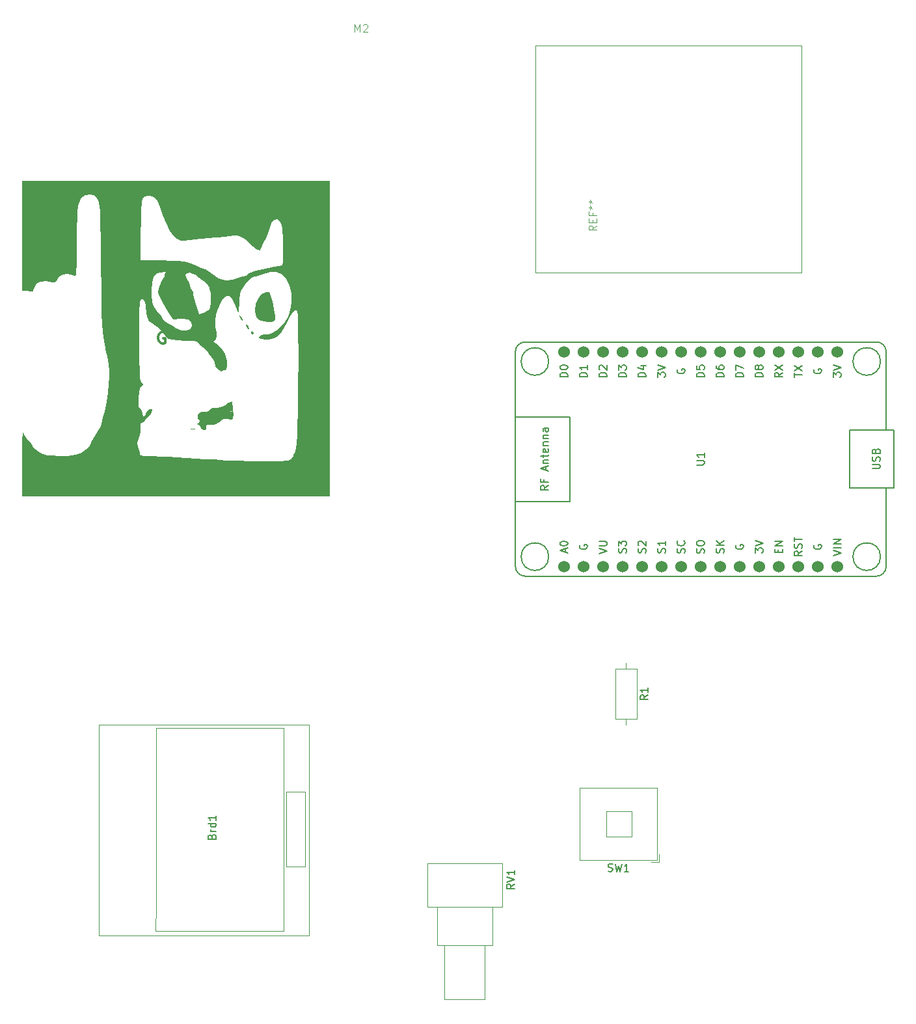
<source format=gbr>
%TF.GenerationSoftware,KiCad,Pcbnew,8.0.5-unknown-202409211835~1ac1a5bb3b~ubuntu24.04.1*%
%TF.CreationDate,2024-09-23T17:17:03-04:00*%
%TF.ProjectId,teaPCB,74656150-4342-42e6-9b69-6361645f7063,rev?*%
%TF.SameCoordinates,Original*%
%TF.FileFunction,Legend,Top*%
%TF.FilePolarity,Positive*%
%FSLAX46Y46*%
G04 Gerber Fmt 4.6, Leading zero omitted, Abs format (unit mm)*
G04 Created by KiCad (PCBNEW 8.0.5-unknown-202409211835~1ac1a5bb3b~ubuntu24.04.1) date 2024-09-23 17:17:03*
%MOMM*%
%LPD*%
G01*
G04 APERTURE LIST*
%ADD10C,0.300000*%
%ADD11C,0.100000*%
%ADD12C,0.150000*%
%ADD13C,0.000000*%
%ADD14C,0.120000*%
%ADD15C,1.524000*%
G04 APERTURE END LIST*
D10*
X86178572Y-102249757D02*
X86035715Y-102178328D01*
X86035715Y-102178328D02*
X85821429Y-102178328D01*
X85821429Y-102178328D02*
X85607143Y-102249757D01*
X85607143Y-102249757D02*
X85464286Y-102392614D01*
X85464286Y-102392614D02*
X85392857Y-102535471D01*
X85392857Y-102535471D02*
X85321429Y-102821185D01*
X85321429Y-102821185D02*
X85321429Y-103035471D01*
X85321429Y-103035471D02*
X85392857Y-103321185D01*
X85392857Y-103321185D02*
X85464286Y-103464042D01*
X85464286Y-103464042D02*
X85607143Y-103606900D01*
X85607143Y-103606900D02*
X85821429Y-103678328D01*
X85821429Y-103678328D02*
X85964286Y-103678328D01*
X85964286Y-103678328D02*
X86178572Y-103606900D01*
X86178572Y-103606900D02*
X86250000Y-103535471D01*
X86250000Y-103535471D02*
X86250000Y-103035471D01*
X86250000Y-103035471D02*
X85964286Y-103035471D01*
X87107143Y-102178328D02*
X87107143Y-102535471D01*
X86750000Y-102392614D02*
X87107143Y-102535471D01*
X87107143Y-102535471D02*
X87464286Y-102392614D01*
X86892857Y-102821185D02*
X87107143Y-102535471D01*
X87107143Y-102535471D02*
X87321429Y-102821185D01*
X88250000Y-102178328D02*
X88250000Y-102535471D01*
X87892857Y-102392614D02*
X88250000Y-102535471D01*
X88250000Y-102535471D02*
X88607143Y-102392614D01*
X88035714Y-102821185D02*
X88250000Y-102535471D01*
X88250000Y-102535471D02*
X88464286Y-102821185D01*
X89392857Y-102178328D02*
X89392857Y-102535471D01*
X89035714Y-102392614D02*
X89392857Y-102535471D01*
X89392857Y-102535471D02*
X89750000Y-102392614D01*
X89178571Y-102821185D02*
X89392857Y-102535471D01*
X89392857Y-102535471D02*
X89607143Y-102821185D01*
D11*
X142357419Y-88333333D02*
X141881228Y-88666666D01*
X142357419Y-88904761D02*
X141357419Y-88904761D01*
X141357419Y-88904761D02*
X141357419Y-88523809D01*
X141357419Y-88523809D02*
X141405038Y-88428571D01*
X141405038Y-88428571D02*
X141452657Y-88380952D01*
X141452657Y-88380952D02*
X141547895Y-88333333D01*
X141547895Y-88333333D02*
X141690752Y-88333333D01*
X141690752Y-88333333D02*
X141785990Y-88380952D01*
X141785990Y-88380952D02*
X141833609Y-88428571D01*
X141833609Y-88428571D02*
X141881228Y-88523809D01*
X141881228Y-88523809D02*
X141881228Y-88904761D01*
X141833609Y-87904761D02*
X141833609Y-87571428D01*
X142357419Y-87428571D02*
X142357419Y-87904761D01*
X142357419Y-87904761D02*
X141357419Y-87904761D01*
X141357419Y-87904761D02*
X141357419Y-87428571D01*
X141833609Y-86666666D02*
X141833609Y-86999999D01*
X142357419Y-86999999D02*
X141357419Y-86999999D01*
X141357419Y-86999999D02*
X141357419Y-86523809D01*
X141357419Y-85999999D02*
X141595514Y-85999999D01*
X141500276Y-86238094D02*
X141595514Y-85999999D01*
X141595514Y-85999999D02*
X141500276Y-85761904D01*
X141785990Y-86142856D02*
X141595514Y-85999999D01*
X141595514Y-85999999D02*
X141785990Y-85857142D01*
X141357419Y-85238094D02*
X141595514Y-85238094D01*
X141500276Y-85476189D02*
X141595514Y-85238094D01*
X141595514Y-85238094D02*
X141500276Y-84999999D01*
X141785990Y-85380951D02*
X141595514Y-85238094D01*
X141595514Y-85238094D02*
X141785990Y-85095237D01*
D12*
X155374819Y-119491904D02*
X156184342Y-119491904D01*
X156184342Y-119491904D02*
X156279580Y-119444285D01*
X156279580Y-119444285D02*
X156327200Y-119396666D01*
X156327200Y-119396666D02*
X156374819Y-119301428D01*
X156374819Y-119301428D02*
X156374819Y-119110952D01*
X156374819Y-119110952D02*
X156327200Y-119015714D01*
X156327200Y-119015714D02*
X156279580Y-118968095D01*
X156279580Y-118968095D02*
X156184342Y-118920476D01*
X156184342Y-118920476D02*
X155374819Y-118920476D01*
X156374819Y-117920476D02*
X156374819Y-118491904D01*
X156374819Y-118206190D02*
X155374819Y-118206190D01*
X155374819Y-118206190D02*
X155517676Y-118301428D01*
X155517676Y-118301428D02*
X155612914Y-118396666D01*
X155612914Y-118396666D02*
X155660533Y-118491904D01*
X178234819Y-119991904D02*
X179044342Y-119991904D01*
X179044342Y-119991904D02*
X179139580Y-119944285D01*
X179139580Y-119944285D02*
X179187200Y-119896666D01*
X179187200Y-119896666D02*
X179234819Y-119801428D01*
X179234819Y-119801428D02*
X179234819Y-119610952D01*
X179234819Y-119610952D02*
X179187200Y-119515714D01*
X179187200Y-119515714D02*
X179139580Y-119468095D01*
X179139580Y-119468095D02*
X179044342Y-119420476D01*
X179044342Y-119420476D02*
X178234819Y-119420476D01*
X179187200Y-118991904D02*
X179234819Y-118849047D01*
X179234819Y-118849047D02*
X179234819Y-118610952D01*
X179234819Y-118610952D02*
X179187200Y-118515714D01*
X179187200Y-118515714D02*
X179139580Y-118468095D01*
X179139580Y-118468095D02*
X179044342Y-118420476D01*
X179044342Y-118420476D02*
X178949104Y-118420476D01*
X178949104Y-118420476D02*
X178853866Y-118468095D01*
X178853866Y-118468095D02*
X178806247Y-118515714D01*
X178806247Y-118515714D02*
X178758628Y-118610952D01*
X178758628Y-118610952D02*
X178711009Y-118801428D01*
X178711009Y-118801428D02*
X178663390Y-118896666D01*
X178663390Y-118896666D02*
X178615771Y-118944285D01*
X178615771Y-118944285D02*
X178520533Y-118991904D01*
X178520533Y-118991904D02*
X178425295Y-118991904D01*
X178425295Y-118991904D02*
X178330057Y-118944285D01*
X178330057Y-118944285D02*
X178282438Y-118896666D01*
X178282438Y-118896666D02*
X178234819Y-118801428D01*
X178234819Y-118801428D02*
X178234819Y-118563333D01*
X178234819Y-118563333D02*
X178282438Y-118420476D01*
X178711009Y-117658571D02*
X178758628Y-117515714D01*
X178758628Y-117515714D02*
X178806247Y-117468095D01*
X178806247Y-117468095D02*
X178901485Y-117420476D01*
X178901485Y-117420476D02*
X179044342Y-117420476D01*
X179044342Y-117420476D02*
X179139580Y-117468095D01*
X179139580Y-117468095D02*
X179187200Y-117515714D01*
X179187200Y-117515714D02*
X179234819Y-117610952D01*
X179234819Y-117610952D02*
X179234819Y-117991904D01*
X179234819Y-117991904D02*
X178234819Y-117991904D01*
X178234819Y-117991904D02*
X178234819Y-117658571D01*
X178234819Y-117658571D02*
X178282438Y-117563333D01*
X178282438Y-117563333D02*
X178330057Y-117515714D01*
X178330057Y-117515714D02*
X178425295Y-117468095D01*
X178425295Y-117468095D02*
X178520533Y-117468095D01*
X178520533Y-117468095D02*
X178615771Y-117515714D01*
X178615771Y-117515714D02*
X178663390Y-117563333D01*
X178663390Y-117563333D02*
X178711009Y-117658571D01*
X178711009Y-117658571D02*
X178711009Y-117991904D01*
X136054819Y-122182381D02*
X135578628Y-122515714D01*
X136054819Y-122753809D02*
X135054819Y-122753809D01*
X135054819Y-122753809D02*
X135054819Y-122372857D01*
X135054819Y-122372857D02*
X135102438Y-122277619D01*
X135102438Y-122277619D02*
X135150057Y-122230000D01*
X135150057Y-122230000D02*
X135245295Y-122182381D01*
X135245295Y-122182381D02*
X135388152Y-122182381D01*
X135388152Y-122182381D02*
X135483390Y-122230000D01*
X135483390Y-122230000D02*
X135531009Y-122277619D01*
X135531009Y-122277619D02*
X135578628Y-122372857D01*
X135578628Y-122372857D02*
X135578628Y-122753809D01*
X135531009Y-121420476D02*
X135531009Y-121753809D01*
X136054819Y-121753809D02*
X135054819Y-121753809D01*
X135054819Y-121753809D02*
X135054819Y-121277619D01*
X135769104Y-120182380D02*
X135769104Y-119706190D01*
X136054819Y-120277618D02*
X135054819Y-119944285D01*
X135054819Y-119944285D02*
X136054819Y-119610952D01*
X135388152Y-119277618D02*
X136054819Y-119277618D01*
X135483390Y-119277618D02*
X135435771Y-119229999D01*
X135435771Y-119229999D02*
X135388152Y-119134761D01*
X135388152Y-119134761D02*
X135388152Y-118991904D01*
X135388152Y-118991904D02*
X135435771Y-118896666D01*
X135435771Y-118896666D02*
X135531009Y-118849047D01*
X135531009Y-118849047D02*
X136054819Y-118849047D01*
X135388152Y-118515713D02*
X135388152Y-118134761D01*
X135054819Y-118372856D02*
X135911961Y-118372856D01*
X135911961Y-118372856D02*
X136007200Y-118325237D01*
X136007200Y-118325237D02*
X136054819Y-118229999D01*
X136054819Y-118229999D02*
X136054819Y-118134761D01*
X136007200Y-117420475D02*
X136054819Y-117515713D01*
X136054819Y-117515713D02*
X136054819Y-117706189D01*
X136054819Y-117706189D02*
X136007200Y-117801427D01*
X136007200Y-117801427D02*
X135911961Y-117849046D01*
X135911961Y-117849046D02*
X135531009Y-117849046D01*
X135531009Y-117849046D02*
X135435771Y-117801427D01*
X135435771Y-117801427D02*
X135388152Y-117706189D01*
X135388152Y-117706189D02*
X135388152Y-117515713D01*
X135388152Y-117515713D02*
X135435771Y-117420475D01*
X135435771Y-117420475D02*
X135531009Y-117372856D01*
X135531009Y-117372856D02*
X135626247Y-117372856D01*
X135626247Y-117372856D02*
X135721485Y-117849046D01*
X135388152Y-116944284D02*
X136054819Y-116944284D01*
X135483390Y-116944284D02*
X135435771Y-116896665D01*
X135435771Y-116896665D02*
X135388152Y-116801427D01*
X135388152Y-116801427D02*
X135388152Y-116658570D01*
X135388152Y-116658570D02*
X135435771Y-116563332D01*
X135435771Y-116563332D02*
X135531009Y-116515713D01*
X135531009Y-116515713D02*
X136054819Y-116515713D01*
X135388152Y-116039522D02*
X136054819Y-116039522D01*
X135483390Y-116039522D02*
X135435771Y-115991903D01*
X135435771Y-115991903D02*
X135388152Y-115896665D01*
X135388152Y-115896665D02*
X135388152Y-115753808D01*
X135388152Y-115753808D02*
X135435771Y-115658570D01*
X135435771Y-115658570D02*
X135531009Y-115610951D01*
X135531009Y-115610951D02*
X136054819Y-115610951D01*
X136054819Y-114706189D02*
X135531009Y-114706189D01*
X135531009Y-114706189D02*
X135435771Y-114753808D01*
X135435771Y-114753808D02*
X135388152Y-114849046D01*
X135388152Y-114849046D02*
X135388152Y-115039522D01*
X135388152Y-115039522D02*
X135435771Y-115134760D01*
X136007200Y-114706189D02*
X136054819Y-114801427D01*
X136054819Y-114801427D02*
X136054819Y-115039522D01*
X136054819Y-115039522D02*
X136007200Y-115134760D01*
X136007200Y-115134760D02*
X135911961Y-115182379D01*
X135911961Y-115182379D02*
X135816723Y-115182379D01*
X135816723Y-115182379D02*
X135721485Y-115134760D01*
X135721485Y-115134760D02*
X135673866Y-115039522D01*
X135673866Y-115039522D02*
X135673866Y-114801427D01*
X135673866Y-114801427D02*
X135626247Y-114706189D01*
X173154819Y-131255237D02*
X174154819Y-130921904D01*
X174154819Y-130921904D02*
X173154819Y-130588571D01*
X174154819Y-130255237D02*
X173154819Y-130255237D01*
X174154819Y-129779047D02*
X173154819Y-129779047D01*
X173154819Y-129779047D02*
X174154819Y-129207619D01*
X174154819Y-129207619D02*
X173154819Y-129207619D01*
X170662438Y-129898095D02*
X170614819Y-129993333D01*
X170614819Y-129993333D02*
X170614819Y-130136190D01*
X170614819Y-130136190D02*
X170662438Y-130279047D01*
X170662438Y-130279047D02*
X170757676Y-130374285D01*
X170757676Y-130374285D02*
X170852914Y-130421904D01*
X170852914Y-130421904D02*
X171043390Y-130469523D01*
X171043390Y-130469523D02*
X171186247Y-130469523D01*
X171186247Y-130469523D02*
X171376723Y-130421904D01*
X171376723Y-130421904D02*
X171471961Y-130374285D01*
X171471961Y-130374285D02*
X171567200Y-130279047D01*
X171567200Y-130279047D02*
X171614819Y-130136190D01*
X171614819Y-130136190D02*
X171614819Y-130040952D01*
X171614819Y-130040952D02*
X171567200Y-129898095D01*
X171567200Y-129898095D02*
X171519580Y-129850476D01*
X171519580Y-129850476D02*
X171186247Y-129850476D01*
X171186247Y-129850476D02*
X171186247Y-130040952D01*
X169074819Y-130707619D02*
X168598628Y-131040952D01*
X169074819Y-131279047D02*
X168074819Y-131279047D01*
X168074819Y-131279047D02*
X168074819Y-130898095D01*
X168074819Y-130898095D02*
X168122438Y-130802857D01*
X168122438Y-130802857D02*
X168170057Y-130755238D01*
X168170057Y-130755238D02*
X168265295Y-130707619D01*
X168265295Y-130707619D02*
X168408152Y-130707619D01*
X168408152Y-130707619D02*
X168503390Y-130755238D01*
X168503390Y-130755238D02*
X168551009Y-130802857D01*
X168551009Y-130802857D02*
X168598628Y-130898095D01*
X168598628Y-130898095D02*
X168598628Y-131279047D01*
X169027200Y-130326666D02*
X169074819Y-130183809D01*
X169074819Y-130183809D02*
X169074819Y-129945714D01*
X169074819Y-129945714D02*
X169027200Y-129850476D01*
X169027200Y-129850476D02*
X168979580Y-129802857D01*
X168979580Y-129802857D02*
X168884342Y-129755238D01*
X168884342Y-129755238D02*
X168789104Y-129755238D01*
X168789104Y-129755238D02*
X168693866Y-129802857D01*
X168693866Y-129802857D02*
X168646247Y-129850476D01*
X168646247Y-129850476D02*
X168598628Y-129945714D01*
X168598628Y-129945714D02*
X168551009Y-130136190D01*
X168551009Y-130136190D02*
X168503390Y-130231428D01*
X168503390Y-130231428D02*
X168455771Y-130279047D01*
X168455771Y-130279047D02*
X168360533Y-130326666D01*
X168360533Y-130326666D02*
X168265295Y-130326666D01*
X168265295Y-130326666D02*
X168170057Y-130279047D01*
X168170057Y-130279047D02*
X168122438Y-130231428D01*
X168122438Y-130231428D02*
X168074819Y-130136190D01*
X168074819Y-130136190D02*
X168074819Y-129898095D01*
X168074819Y-129898095D02*
X168122438Y-129755238D01*
X168074819Y-129469523D02*
X168074819Y-128898095D01*
X169074819Y-129183809D02*
X168074819Y-129183809D01*
X166011009Y-130898094D02*
X166011009Y-130564761D01*
X166534819Y-130421904D02*
X166534819Y-130898094D01*
X166534819Y-130898094D02*
X165534819Y-130898094D01*
X165534819Y-130898094D02*
X165534819Y-130421904D01*
X166534819Y-129993332D02*
X165534819Y-129993332D01*
X165534819Y-129993332D02*
X166534819Y-129421904D01*
X166534819Y-129421904D02*
X165534819Y-129421904D01*
X162994819Y-130921904D02*
X162994819Y-130302857D01*
X162994819Y-130302857D02*
X163375771Y-130636190D01*
X163375771Y-130636190D02*
X163375771Y-130493333D01*
X163375771Y-130493333D02*
X163423390Y-130398095D01*
X163423390Y-130398095D02*
X163471009Y-130350476D01*
X163471009Y-130350476D02*
X163566247Y-130302857D01*
X163566247Y-130302857D02*
X163804342Y-130302857D01*
X163804342Y-130302857D02*
X163899580Y-130350476D01*
X163899580Y-130350476D02*
X163947200Y-130398095D01*
X163947200Y-130398095D02*
X163994819Y-130493333D01*
X163994819Y-130493333D02*
X163994819Y-130779047D01*
X163994819Y-130779047D02*
X163947200Y-130874285D01*
X163947200Y-130874285D02*
X163899580Y-130921904D01*
X162994819Y-130017142D02*
X163994819Y-129683809D01*
X163994819Y-129683809D02*
X162994819Y-129350476D01*
X160502438Y-129898095D02*
X160454819Y-129993333D01*
X160454819Y-129993333D02*
X160454819Y-130136190D01*
X160454819Y-130136190D02*
X160502438Y-130279047D01*
X160502438Y-130279047D02*
X160597676Y-130374285D01*
X160597676Y-130374285D02*
X160692914Y-130421904D01*
X160692914Y-130421904D02*
X160883390Y-130469523D01*
X160883390Y-130469523D02*
X161026247Y-130469523D01*
X161026247Y-130469523D02*
X161216723Y-130421904D01*
X161216723Y-130421904D02*
X161311961Y-130374285D01*
X161311961Y-130374285D02*
X161407200Y-130279047D01*
X161407200Y-130279047D02*
X161454819Y-130136190D01*
X161454819Y-130136190D02*
X161454819Y-130040952D01*
X161454819Y-130040952D02*
X161407200Y-129898095D01*
X161407200Y-129898095D02*
X161359580Y-129850476D01*
X161359580Y-129850476D02*
X161026247Y-129850476D01*
X161026247Y-129850476D02*
X161026247Y-130040952D01*
X158867200Y-130945713D02*
X158914819Y-130802856D01*
X158914819Y-130802856D02*
X158914819Y-130564761D01*
X158914819Y-130564761D02*
X158867200Y-130469523D01*
X158867200Y-130469523D02*
X158819580Y-130421904D01*
X158819580Y-130421904D02*
X158724342Y-130374285D01*
X158724342Y-130374285D02*
X158629104Y-130374285D01*
X158629104Y-130374285D02*
X158533866Y-130421904D01*
X158533866Y-130421904D02*
X158486247Y-130469523D01*
X158486247Y-130469523D02*
X158438628Y-130564761D01*
X158438628Y-130564761D02*
X158391009Y-130755237D01*
X158391009Y-130755237D02*
X158343390Y-130850475D01*
X158343390Y-130850475D02*
X158295771Y-130898094D01*
X158295771Y-130898094D02*
X158200533Y-130945713D01*
X158200533Y-130945713D02*
X158105295Y-130945713D01*
X158105295Y-130945713D02*
X158010057Y-130898094D01*
X158010057Y-130898094D02*
X157962438Y-130850475D01*
X157962438Y-130850475D02*
X157914819Y-130755237D01*
X157914819Y-130755237D02*
X157914819Y-130517142D01*
X157914819Y-130517142D02*
X157962438Y-130374285D01*
X158914819Y-129945713D02*
X157914819Y-129945713D01*
X158914819Y-129374285D02*
X158343390Y-129802856D01*
X157914819Y-129374285D02*
X158486247Y-129945713D01*
X156327200Y-130969523D02*
X156374819Y-130826666D01*
X156374819Y-130826666D02*
X156374819Y-130588571D01*
X156374819Y-130588571D02*
X156327200Y-130493333D01*
X156327200Y-130493333D02*
X156279580Y-130445714D01*
X156279580Y-130445714D02*
X156184342Y-130398095D01*
X156184342Y-130398095D02*
X156089104Y-130398095D01*
X156089104Y-130398095D02*
X155993866Y-130445714D01*
X155993866Y-130445714D02*
X155946247Y-130493333D01*
X155946247Y-130493333D02*
X155898628Y-130588571D01*
X155898628Y-130588571D02*
X155851009Y-130779047D01*
X155851009Y-130779047D02*
X155803390Y-130874285D01*
X155803390Y-130874285D02*
X155755771Y-130921904D01*
X155755771Y-130921904D02*
X155660533Y-130969523D01*
X155660533Y-130969523D02*
X155565295Y-130969523D01*
X155565295Y-130969523D02*
X155470057Y-130921904D01*
X155470057Y-130921904D02*
X155422438Y-130874285D01*
X155422438Y-130874285D02*
X155374819Y-130779047D01*
X155374819Y-130779047D02*
X155374819Y-130540952D01*
X155374819Y-130540952D02*
X155422438Y-130398095D01*
X155374819Y-129779047D02*
X155374819Y-129588571D01*
X155374819Y-129588571D02*
X155422438Y-129493333D01*
X155422438Y-129493333D02*
X155517676Y-129398095D01*
X155517676Y-129398095D02*
X155708152Y-129350476D01*
X155708152Y-129350476D02*
X156041485Y-129350476D01*
X156041485Y-129350476D02*
X156231961Y-129398095D01*
X156231961Y-129398095D02*
X156327200Y-129493333D01*
X156327200Y-129493333D02*
X156374819Y-129588571D01*
X156374819Y-129588571D02*
X156374819Y-129779047D01*
X156374819Y-129779047D02*
X156327200Y-129874285D01*
X156327200Y-129874285D02*
X156231961Y-129969523D01*
X156231961Y-129969523D02*
X156041485Y-130017142D01*
X156041485Y-130017142D02*
X155708152Y-130017142D01*
X155708152Y-130017142D02*
X155517676Y-129969523D01*
X155517676Y-129969523D02*
X155422438Y-129874285D01*
X155422438Y-129874285D02*
X155374819Y-129779047D01*
X153787200Y-130945713D02*
X153834819Y-130802856D01*
X153834819Y-130802856D02*
X153834819Y-130564761D01*
X153834819Y-130564761D02*
X153787200Y-130469523D01*
X153787200Y-130469523D02*
X153739580Y-130421904D01*
X153739580Y-130421904D02*
X153644342Y-130374285D01*
X153644342Y-130374285D02*
X153549104Y-130374285D01*
X153549104Y-130374285D02*
X153453866Y-130421904D01*
X153453866Y-130421904D02*
X153406247Y-130469523D01*
X153406247Y-130469523D02*
X153358628Y-130564761D01*
X153358628Y-130564761D02*
X153311009Y-130755237D01*
X153311009Y-130755237D02*
X153263390Y-130850475D01*
X153263390Y-130850475D02*
X153215771Y-130898094D01*
X153215771Y-130898094D02*
X153120533Y-130945713D01*
X153120533Y-130945713D02*
X153025295Y-130945713D01*
X153025295Y-130945713D02*
X152930057Y-130898094D01*
X152930057Y-130898094D02*
X152882438Y-130850475D01*
X152882438Y-130850475D02*
X152834819Y-130755237D01*
X152834819Y-130755237D02*
X152834819Y-130517142D01*
X152834819Y-130517142D02*
X152882438Y-130374285D01*
X153739580Y-129374285D02*
X153787200Y-129421904D01*
X153787200Y-129421904D02*
X153834819Y-129564761D01*
X153834819Y-129564761D02*
X153834819Y-129659999D01*
X153834819Y-129659999D02*
X153787200Y-129802856D01*
X153787200Y-129802856D02*
X153691961Y-129898094D01*
X153691961Y-129898094D02*
X153596723Y-129945713D01*
X153596723Y-129945713D02*
X153406247Y-129993332D01*
X153406247Y-129993332D02*
X153263390Y-129993332D01*
X153263390Y-129993332D02*
X153072914Y-129945713D01*
X153072914Y-129945713D02*
X152977676Y-129898094D01*
X152977676Y-129898094D02*
X152882438Y-129802856D01*
X152882438Y-129802856D02*
X152834819Y-129659999D01*
X152834819Y-129659999D02*
X152834819Y-129564761D01*
X152834819Y-129564761D02*
X152882438Y-129421904D01*
X152882438Y-129421904D02*
X152930057Y-129374285D01*
X151247200Y-130921904D02*
X151294819Y-130779047D01*
X151294819Y-130779047D02*
X151294819Y-130540952D01*
X151294819Y-130540952D02*
X151247200Y-130445714D01*
X151247200Y-130445714D02*
X151199580Y-130398095D01*
X151199580Y-130398095D02*
X151104342Y-130350476D01*
X151104342Y-130350476D02*
X151009104Y-130350476D01*
X151009104Y-130350476D02*
X150913866Y-130398095D01*
X150913866Y-130398095D02*
X150866247Y-130445714D01*
X150866247Y-130445714D02*
X150818628Y-130540952D01*
X150818628Y-130540952D02*
X150771009Y-130731428D01*
X150771009Y-130731428D02*
X150723390Y-130826666D01*
X150723390Y-130826666D02*
X150675771Y-130874285D01*
X150675771Y-130874285D02*
X150580533Y-130921904D01*
X150580533Y-130921904D02*
X150485295Y-130921904D01*
X150485295Y-130921904D02*
X150390057Y-130874285D01*
X150390057Y-130874285D02*
X150342438Y-130826666D01*
X150342438Y-130826666D02*
X150294819Y-130731428D01*
X150294819Y-130731428D02*
X150294819Y-130493333D01*
X150294819Y-130493333D02*
X150342438Y-130350476D01*
X151294819Y-129398095D02*
X151294819Y-129969523D01*
X151294819Y-129683809D02*
X150294819Y-129683809D01*
X150294819Y-129683809D02*
X150437676Y-129779047D01*
X150437676Y-129779047D02*
X150532914Y-129874285D01*
X150532914Y-129874285D02*
X150580533Y-129969523D01*
X148707200Y-130921904D02*
X148754819Y-130779047D01*
X148754819Y-130779047D02*
X148754819Y-130540952D01*
X148754819Y-130540952D02*
X148707200Y-130445714D01*
X148707200Y-130445714D02*
X148659580Y-130398095D01*
X148659580Y-130398095D02*
X148564342Y-130350476D01*
X148564342Y-130350476D02*
X148469104Y-130350476D01*
X148469104Y-130350476D02*
X148373866Y-130398095D01*
X148373866Y-130398095D02*
X148326247Y-130445714D01*
X148326247Y-130445714D02*
X148278628Y-130540952D01*
X148278628Y-130540952D02*
X148231009Y-130731428D01*
X148231009Y-130731428D02*
X148183390Y-130826666D01*
X148183390Y-130826666D02*
X148135771Y-130874285D01*
X148135771Y-130874285D02*
X148040533Y-130921904D01*
X148040533Y-130921904D02*
X147945295Y-130921904D01*
X147945295Y-130921904D02*
X147850057Y-130874285D01*
X147850057Y-130874285D02*
X147802438Y-130826666D01*
X147802438Y-130826666D02*
X147754819Y-130731428D01*
X147754819Y-130731428D02*
X147754819Y-130493333D01*
X147754819Y-130493333D02*
X147802438Y-130350476D01*
X147850057Y-129969523D02*
X147802438Y-129921904D01*
X147802438Y-129921904D02*
X147754819Y-129826666D01*
X147754819Y-129826666D02*
X147754819Y-129588571D01*
X147754819Y-129588571D02*
X147802438Y-129493333D01*
X147802438Y-129493333D02*
X147850057Y-129445714D01*
X147850057Y-129445714D02*
X147945295Y-129398095D01*
X147945295Y-129398095D02*
X148040533Y-129398095D01*
X148040533Y-129398095D02*
X148183390Y-129445714D01*
X148183390Y-129445714D02*
X148754819Y-130017142D01*
X148754819Y-130017142D02*
X148754819Y-129398095D01*
X146167200Y-130921904D02*
X146214819Y-130779047D01*
X146214819Y-130779047D02*
X146214819Y-130540952D01*
X146214819Y-130540952D02*
X146167200Y-130445714D01*
X146167200Y-130445714D02*
X146119580Y-130398095D01*
X146119580Y-130398095D02*
X146024342Y-130350476D01*
X146024342Y-130350476D02*
X145929104Y-130350476D01*
X145929104Y-130350476D02*
X145833866Y-130398095D01*
X145833866Y-130398095D02*
X145786247Y-130445714D01*
X145786247Y-130445714D02*
X145738628Y-130540952D01*
X145738628Y-130540952D02*
X145691009Y-130731428D01*
X145691009Y-130731428D02*
X145643390Y-130826666D01*
X145643390Y-130826666D02*
X145595771Y-130874285D01*
X145595771Y-130874285D02*
X145500533Y-130921904D01*
X145500533Y-130921904D02*
X145405295Y-130921904D01*
X145405295Y-130921904D02*
X145310057Y-130874285D01*
X145310057Y-130874285D02*
X145262438Y-130826666D01*
X145262438Y-130826666D02*
X145214819Y-130731428D01*
X145214819Y-130731428D02*
X145214819Y-130493333D01*
X145214819Y-130493333D02*
X145262438Y-130350476D01*
X145214819Y-130017142D02*
X145214819Y-129398095D01*
X145214819Y-129398095D02*
X145595771Y-129731428D01*
X145595771Y-129731428D02*
X145595771Y-129588571D01*
X145595771Y-129588571D02*
X145643390Y-129493333D01*
X145643390Y-129493333D02*
X145691009Y-129445714D01*
X145691009Y-129445714D02*
X145786247Y-129398095D01*
X145786247Y-129398095D02*
X146024342Y-129398095D01*
X146024342Y-129398095D02*
X146119580Y-129445714D01*
X146119580Y-129445714D02*
X146167200Y-129493333D01*
X146167200Y-129493333D02*
X146214819Y-129588571D01*
X146214819Y-129588571D02*
X146214819Y-129874285D01*
X146214819Y-129874285D02*
X146167200Y-129969523D01*
X146167200Y-129969523D02*
X146119580Y-130017142D01*
X142674819Y-131017142D02*
X143674819Y-130683809D01*
X143674819Y-130683809D02*
X142674819Y-130350476D01*
X142674819Y-130017142D02*
X143484342Y-130017142D01*
X143484342Y-130017142D02*
X143579580Y-129969523D01*
X143579580Y-129969523D02*
X143627200Y-129921904D01*
X143627200Y-129921904D02*
X143674819Y-129826666D01*
X143674819Y-129826666D02*
X143674819Y-129636190D01*
X143674819Y-129636190D02*
X143627200Y-129540952D01*
X143627200Y-129540952D02*
X143579580Y-129493333D01*
X143579580Y-129493333D02*
X143484342Y-129445714D01*
X143484342Y-129445714D02*
X142674819Y-129445714D01*
X140182438Y-129898095D02*
X140134819Y-129993333D01*
X140134819Y-129993333D02*
X140134819Y-130136190D01*
X140134819Y-130136190D02*
X140182438Y-130279047D01*
X140182438Y-130279047D02*
X140277676Y-130374285D01*
X140277676Y-130374285D02*
X140372914Y-130421904D01*
X140372914Y-130421904D02*
X140563390Y-130469523D01*
X140563390Y-130469523D02*
X140706247Y-130469523D01*
X140706247Y-130469523D02*
X140896723Y-130421904D01*
X140896723Y-130421904D02*
X140991961Y-130374285D01*
X140991961Y-130374285D02*
X141087200Y-130279047D01*
X141087200Y-130279047D02*
X141134819Y-130136190D01*
X141134819Y-130136190D02*
X141134819Y-130040952D01*
X141134819Y-130040952D02*
X141087200Y-129898095D01*
X141087200Y-129898095D02*
X141039580Y-129850476D01*
X141039580Y-129850476D02*
X140706247Y-129850476D01*
X140706247Y-129850476D02*
X140706247Y-130040952D01*
X138309104Y-130874285D02*
X138309104Y-130398095D01*
X138594819Y-130969523D02*
X137594819Y-130636190D01*
X137594819Y-130636190D02*
X138594819Y-130302857D01*
X137594819Y-129779047D02*
X137594819Y-129683809D01*
X137594819Y-129683809D02*
X137642438Y-129588571D01*
X137642438Y-129588571D02*
X137690057Y-129540952D01*
X137690057Y-129540952D02*
X137785295Y-129493333D01*
X137785295Y-129493333D02*
X137975771Y-129445714D01*
X137975771Y-129445714D02*
X138213866Y-129445714D01*
X138213866Y-129445714D02*
X138404342Y-129493333D01*
X138404342Y-129493333D02*
X138499580Y-129540952D01*
X138499580Y-129540952D02*
X138547200Y-129588571D01*
X138547200Y-129588571D02*
X138594819Y-129683809D01*
X138594819Y-129683809D02*
X138594819Y-129779047D01*
X138594819Y-129779047D02*
X138547200Y-129874285D01*
X138547200Y-129874285D02*
X138499580Y-129921904D01*
X138499580Y-129921904D02*
X138404342Y-129969523D01*
X138404342Y-129969523D02*
X138213866Y-130017142D01*
X138213866Y-130017142D02*
X137975771Y-130017142D01*
X137975771Y-130017142D02*
X137785295Y-129969523D01*
X137785295Y-129969523D02*
X137690057Y-129921904D01*
X137690057Y-129921904D02*
X137642438Y-129874285D01*
X137642438Y-129874285D02*
X137594819Y-129779047D01*
X173154819Y-108061904D02*
X173154819Y-107442857D01*
X173154819Y-107442857D02*
X173535771Y-107776190D01*
X173535771Y-107776190D02*
X173535771Y-107633333D01*
X173535771Y-107633333D02*
X173583390Y-107538095D01*
X173583390Y-107538095D02*
X173631009Y-107490476D01*
X173631009Y-107490476D02*
X173726247Y-107442857D01*
X173726247Y-107442857D02*
X173964342Y-107442857D01*
X173964342Y-107442857D02*
X174059580Y-107490476D01*
X174059580Y-107490476D02*
X174107200Y-107538095D01*
X174107200Y-107538095D02*
X174154819Y-107633333D01*
X174154819Y-107633333D02*
X174154819Y-107919047D01*
X174154819Y-107919047D02*
X174107200Y-108014285D01*
X174107200Y-108014285D02*
X174059580Y-108061904D01*
X173154819Y-107157142D02*
X174154819Y-106823809D01*
X174154819Y-106823809D02*
X173154819Y-106490476D01*
X170662438Y-107038095D02*
X170614819Y-107133333D01*
X170614819Y-107133333D02*
X170614819Y-107276190D01*
X170614819Y-107276190D02*
X170662438Y-107419047D01*
X170662438Y-107419047D02*
X170757676Y-107514285D01*
X170757676Y-107514285D02*
X170852914Y-107561904D01*
X170852914Y-107561904D02*
X171043390Y-107609523D01*
X171043390Y-107609523D02*
X171186247Y-107609523D01*
X171186247Y-107609523D02*
X171376723Y-107561904D01*
X171376723Y-107561904D02*
X171471961Y-107514285D01*
X171471961Y-107514285D02*
X171567200Y-107419047D01*
X171567200Y-107419047D02*
X171614819Y-107276190D01*
X171614819Y-107276190D02*
X171614819Y-107180952D01*
X171614819Y-107180952D02*
X171567200Y-107038095D01*
X171567200Y-107038095D02*
X171519580Y-106990476D01*
X171519580Y-106990476D02*
X171186247Y-106990476D01*
X171186247Y-106990476D02*
X171186247Y-107180952D01*
X168074819Y-108061904D02*
X168074819Y-107490476D01*
X169074819Y-107776190D02*
X168074819Y-107776190D01*
X168074819Y-107252380D02*
X169074819Y-106585714D01*
X168074819Y-106585714D02*
X169074819Y-107252380D01*
X166534819Y-107466666D02*
X166058628Y-107799999D01*
X166534819Y-108038094D02*
X165534819Y-108038094D01*
X165534819Y-108038094D02*
X165534819Y-107657142D01*
X165534819Y-107657142D02*
X165582438Y-107561904D01*
X165582438Y-107561904D02*
X165630057Y-107514285D01*
X165630057Y-107514285D02*
X165725295Y-107466666D01*
X165725295Y-107466666D02*
X165868152Y-107466666D01*
X165868152Y-107466666D02*
X165963390Y-107514285D01*
X165963390Y-107514285D02*
X166011009Y-107561904D01*
X166011009Y-107561904D02*
X166058628Y-107657142D01*
X166058628Y-107657142D02*
X166058628Y-108038094D01*
X165534819Y-107133332D02*
X166534819Y-106466666D01*
X165534819Y-106466666D02*
X166534819Y-107133332D01*
X163994819Y-108038094D02*
X162994819Y-108038094D01*
X162994819Y-108038094D02*
X162994819Y-107799999D01*
X162994819Y-107799999D02*
X163042438Y-107657142D01*
X163042438Y-107657142D02*
X163137676Y-107561904D01*
X163137676Y-107561904D02*
X163232914Y-107514285D01*
X163232914Y-107514285D02*
X163423390Y-107466666D01*
X163423390Y-107466666D02*
X163566247Y-107466666D01*
X163566247Y-107466666D02*
X163756723Y-107514285D01*
X163756723Y-107514285D02*
X163851961Y-107561904D01*
X163851961Y-107561904D02*
X163947200Y-107657142D01*
X163947200Y-107657142D02*
X163994819Y-107799999D01*
X163994819Y-107799999D02*
X163994819Y-108038094D01*
X163423390Y-106895237D02*
X163375771Y-106990475D01*
X163375771Y-106990475D02*
X163328152Y-107038094D01*
X163328152Y-107038094D02*
X163232914Y-107085713D01*
X163232914Y-107085713D02*
X163185295Y-107085713D01*
X163185295Y-107085713D02*
X163090057Y-107038094D01*
X163090057Y-107038094D02*
X163042438Y-106990475D01*
X163042438Y-106990475D02*
X162994819Y-106895237D01*
X162994819Y-106895237D02*
X162994819Y-106704761D01*
X162994819Y-106704761D02*
X163042438Y-106609523D01*
X163042438Y-106609523D02*
X163090057Y-106561904D01*
X163090057Y-106561904D02*
X163185295Y-106514285D01*
X163185295Y-106514285D02*
X163232914Y-106514285D01*
X163232914Y-106514285D02*
X163328152Y-106561904D01*
X163328152Y-106561904D02*
X163375771Y-106609523D01*
X163375771Y-106609523D02*
X163423390Y-106704761D01*
X163423390Y-106704761D02*
X163423390Y-106895237D01*
X163423390Y-106895237D02*
X163471009Y-106990475D01*
X163471009Y-106990475D02*
X163518628Y-107038094D01*
X163518628Y-107038094D02*
X163613866Y-107085713D01*
X163613866Y-107085713D02*
X163804342Y-107085713D01*
X163804342Y-107085713D02*
X163899580Y-107038094D01*
X163899580Y-107038094D02*
X163947200Y-106990475D01*
X163947200Y-106990475D02*
X163994819Y-106895237D01*
X163994819Y-106895237D02*
X163994819Y-106704761D01*
X163994819Y-106704761D02*
X163947200Y-106609523D01*
X163947200Y-106609523D02*
X163899580Y-106561904D01*
X163899580Y-106561904D02*
X163804342Y-106514285D01*
X163804342Y-106514285D02*
X163613866Y-106514285D01*
X163613866Y-106514285D02*
X163518628Y-106561904D01*
X163518628Y-106561904D02*
X163471009Y-106609523D01*
X163471009Y-106609523D02*
X163423390Y-106704761D01*
X161454819Y-108038094D02*
X160454819Y-108038094D01*
X160454819Y-108038094D02*
X160454819Y-107799999D01*
X160454819Y-107799999D02*
X160502438Y-107657142D01*
X160502438Y-107657142D02*
X160597676Y-107561904D01*
X160597676Y-107561904D02*
X160692914Y-107514285D01*
X160692914Y-107514285D02*
X160883390Y-107466666D01*
X160883390Y-107466666D02*
X161026247Y-107466666D01*
X161026247Y-107466666D02*
X161216723Y-107514285D01*
X161216723Y-107514285D02*
X161311961Y-107561904D01*
X161311961Y-107561904D02*
X161407200Y-107657142D01*
X161407200Y-107657142D02*
X161454819Y-107799999D01*
X161454819Y-107799999D02*
X161454819Y-108038094D01*
X160454819Y-107133332D02*
X160454819Y-106466666D01*
X160454819Y-106466666D02*
X161454819Y-106895237D01*
X158914819Y-108038094D02*
X157914819Y-108038094D01*
X157914819Y-108038094D02*
X157914819Y-107799999D01*
X157914819Y-107799999D02*
X157962438Y-107657142D01*
X157962438Y-107657142D02*
X158057676Y-107561904D01*
X158057676Y-107561904D02*
X158152914Y-107514285D01*
X158152914Y-107514285D02*
X158343390Y-107466666D01*
X158343390Y-107466666D02*
X158486247Y-107466666D01*
X158486247Y-107466666D02*
X158676723Y-107514285D01*
X158676723Y-107514285D02*
X158771961Y-107561904D01*
X158771961Y-107561904D02*
X158867200Y-107657142D01*
X158867200Y-107657142D02*
X158914819Y-107799999D01*
X158914819Y-107799999D02*
X158914819Y-108038094D01*
X157914819Y-106609523D02*
X157914819Y-106799999D01*
X157914819Y-106799999D02*
X157962438Y-106895237D01*
X157962438Y-106895237D02*
X158010057Y-106942856D01*
X158010057Y-106942856D02*
X158152914Y-107038094D01*
X158152914Y-107038094D02*
X158343390Y-107085713D01*
X158343390Y-107085713D02*
X158724342Y-107085713D01*
X158724342Y-107085713D02*
X158819580Y-107038094D01*
X158819580Y-107038094D02*
X158867200Y-106990475D01*
X158867200Y-106990475D02*
X158914819Y-106895237D01*
X158914819Y-106895237D02*
X158914819Y-106704761D01*
X158914819Y-106704761D02*
X158867200Y-106609523D01*
X158867200Y-106609523D02*
X158819580Y-106561904D01*
X158819580Y-106561904D02*
X158724342Y-106514285D01*
X158724342Y-106514285D02*
X158486247Y-106514285D01*
X158486247Y-106514285D02*
X158391009Y-106561904D01*
X158391009Y-106561904D02*
X158343390Y-106609523D01*
X158343390Y-106609523D02*
X158295771Y-106704761D01*
X158295771Y-106704761D02*
X158295771Y-106895237D01*
X158295771Y-106895237D02*
X158343390Y-106990475D01*
X158343390Y-106990475D02*
X158391009Y-107038094D01*
X158391009Y-107038094D02*
X158486247Y-107085713D01*
X156374819Y-108038094D02*
X155374819Y-108038094D01*
X155374819Y-108038094D02*
X155374819Y-107799999D01*
X155374819Y-107799999D02*
X155422438Y-107657142D01*
X155422438Y-107657142D02*
X155517676Y-107561904D01*
X155517676Y-107561904D02*
X155612914Y-107514285D01*
X155612914Y-107514285D02*
X155803390Y-107466666D01*
X155803390Y-107466666D02*
X155946247Y-107466666D01*
X155946247Y-107466666D02*
X156136723Y-107514285D01*
X156136723Y-107514285D02*
X156231961Y-107561904D01*
X156231961Y-107561904D02*
X156327200Y-107657142D01*
X156327200Y-107657142D02*
X156374819Y-107799999D01*
X156374819Y-107799999D02*
X156374819Y-108038094D01*
X155374819Y-106561904D02*
X155374819Y-107038094D01*
X155374819Y-107038094D02*
X155851009Y-107085713D01*
X155851009Y-107085713D02*
X155803390Y-107038094D01*
X155803390Y-107038094D02*
X155755771Y-106942856D01*
X155755771Y-106942856D02*
X155755771Y-106704761D01*
X155755771Y-106704761D02*
X155803390Y-106609523D01*
X155803390Y-106609523D02*
X155851009Y-106561904D01*
X155851009Y-106561904D02*
X155946247Y-106514285D01*
X155946247Y-106514285D02*
X156184342Y-106514285D01*
X156184342Y-106514285D02*
X156279580Y-106561904D01*
X156279580Y-106561904D02*
X156327200Y-106609523D01*
X156327200Y-106609523D02*
X156374819Y-106704761D01*
X156374819Y-106704761D02*
X156374819Y-106942856D01*
X156374819Y-106942856D02*
X156327200Y-107038094D01*
X156327200Y-107038094D02*
X156279580Y-107085713D01*
X152882438Y-107038095D02*
X152834819Y-107133333D01*
X152834819Y-107133333D02*
X152834819Y-107276190D01*
X152834819Y-107276190D02*
X152882438Y-107419047D01*
X152882438Y-107419047D02*
X152977676Y-107514285D01*
X152977676Y-107514285D02*
X153072914Y-107561904D01*
X153072914Y-107561904D02*
X153263390Y-107609523D01*
X153263390Y-107609523D02*
X153406247Y-107609523D01*
X153406247Y-107609523D02*
X153596723Y-107561904D01*
X153596723Y-107561904D02*
X153691961Y-107514285D01*
X153691961Y-107514285D02*
X153787200Y-107419047D01*
X153787200Y-107419047D02*
X153834819Y-107276190D01*
X153834819Y-107276190D02*
X153834819Y-107180952D01*
X153834819Y-107180952D02*
X153787200Y-107038095D01*
X153787200Y-107038095D02*
X153739580Y-106990476D01*
X153739580Y-106990476D02*
X153406247Y-106990476D01*
X153406247Y-106990476D02*
X153406247Y-107180952D01*
X150294819Y-108061904D02*
X150294819Y-107442857D01*
X150294819Y-107442857D02*
X150675771Y-107776190D01*
X150675771Y-107776190D02*
X150675771Y-107633333D01*
X150675771Y-107633333D02*
X150723390Y-107538095D01*
X150723390Y-107538095D02*
X150771009Y-107490476D01*
X150771009Y-107490476D02*
X150866247Y-107442857D01*
X150866247Y-107442857D02*
X151104342Y-107442857D01*
X151104342Y-107442857D02*
X151199580Y-107490476D01*
X151199580Y-107490476D02*
X151247200Y-107538095D01*
X151247200Y-107538095D02*
X151294819Y-107633333D01*
X151294819Y-107633333D02*
X151294819Y-107919047D01*
X151294819Y-107919047D02*
X151247200Y-108014285D01*
X151247200Y-108014285D02*
X151199580Y-108061904D01*
X150294819Y-107157142D02*
X151294819Y-106823809D01*
X151294819Y-106823809D02*
X150294819Y-106490476D01*
X148754819Y-108038094D02*
X147754819Y-108038094D01*
X147754819Y-108038094D02*
X147754819Y-107799999D01*
X147754819Y-107799999D02*
X147802438Y-107657142D01*
X147802438Y-107657142D02*
X147897676Y-107561904D01*
X147897676Y-107561904D02*
X147992914Y-107514285D01*
X147992914Y-107514285D02*
X148183390Y-107466666D01*
X148183390Y-107466666D02*
X148326247Y-107466666D01*
X148326247Y-107466666D02*
X148516723Y-107514285D01*
X148516723Y-107514285D02*
X148611961Y-107561904D01*
X148611961Y-107561904D02*
X148707200Y-107657142D01*
X148707200Y-107657142D02*
X148754819Y-107799999D01*
X148754819Y-107799999D02*
X148754819Y-108038094D01*
X148088152Y-106609523D02*
X148754819Y-106609523D01*
X147707200Y-106847618D02*
X148421485Y-107085713D01*
X148421485Y-107085713D02*
X148421485Y-106466666D01*
X146214819Y-108038094D02*
X145214819Y-108038094D01*
X145214819Y-108038094D02*
X145214819Y-107799999D01*
X145214819Y-107799999D02*
X145262438Y-107657142D01*
X145262438Y-107657142D02*
X145357676Y-107561904D01*
X145357676Y-107561904D02*
X145452914Y-107514285D01*
X145452914Y-107514285D02*
X145643390Y-107466666D01*
X145643390Y-107466666D02*
X145786247Y-107466666D01*
X145786247Y-107466666D02*
X145976723Y-107514285D01*
X145976723Y-107514285D02*
X146071961Y-107561904D01*
X146071961Y-107561904D02*
X146167200Y-107657142D01*
X146167200Y-107657142D02*
X146214819Y-107799999D01*
X146214819Y-107799999D02*
X146214819Y-108038094D01*
X145214819Y-107133332D02*
X145214819Y-106514285D01*
X145214819Y-106514285D02*
X145595771Y-106847618D01*
X145595771Y-106847618D02*
X145595771Y-106704761D01*
X145595771Y-106704761D02*
X145643390Y-106609523D01*
X145643390Y-106609523D02*
X145691009Y-106561904D01*
X145691009Y-106561904D02*
X145786247Y-106514285D01*
X145786247Y-106514285D02*
X146024342Y-106514285D01*
X146024342Y-106514285D02*
X146119580Y-106561904D01*
X146119580Y-106561904D02*
X146167200Y-106609523D01*
X146167200Y-106609523D02*
X146214819Y-106704761D01*
X146214819Y-106704761D02*
X146214819Y-106990475D01*
X146214819Y-106990475D02*
X146167200Y-107085713D01*
X146167200Y-107085713D02*
X146119580Y-107133332D01*
X143674819Y-108038094D02*
X142674819Y-108038094D01*
X142674819Y-108038094D02*
X142674819Y-107799999D01*
X142674819Y-107799999D02*
X142722438Y-107657142D01*
X142722438Y-107657142D02*
X142817676Y-107561904D01*
X142817676Y-107561904D02*
X142912914Y-107514285D01*
X142912914Y-107514285D02*
X143103390Y-107466666D01*
X143103390Y-107466666D02*
X143246247Y-107466666D01*
X143246247Y-107466666D02*
X143436723Y-107514285D01*
X143436723Y-107514285D02*
X143531961Y-107561904D01*
X143531961Y-107561904D02*
X143627200Y-107657142D01*
X143627200Y-107657142D02*
X143674819Y-107799999D01*
X143674819Y-107799999D02*
X143674819Y-108038094D01*
X142770057Y-107085713D02*
X142722438Y-107038094D01*
X142722438Y-107038094D02*
X142674819Y-106942856D01*
X142674819Y-106942856D02*
X142674819Y-106704761D01*
X142674819Y-106704761D02*
X142722438Y-106609523D01*
X142722438Y-106609523D02*
X142770057Y-106561904D01*
X142770057Y-106561904D02*
X142865295Y-106514285D01*
X142865295Y-106514285D02*
X142960533Y-106514285D01*
X142960533Y-106514285D02*
X143103390Y-106561904D01*
X143103390Y-106561904D02*
X143674819Y-107133332D01*
X143674819Y-107133332D02*
X143674819Y-106514285D01*
X141134819Y-108038094D02*
X140134819Y-108038094D01*
X140134819Y-108038094D02*
X140134819Y-107799999D01*
X140134819Y-107799999D02*
X140182438Y-107657142D01*
X140182438Y-107657142D02*
X140277676Y-107561904D01*
X140277676Y-107561904D02*
X140372914Y-107514285D01*
X140372914Y-107514285D02*
X140563390Y-107466666D01*
X140563390Y-107466666D02*
X140706247Y-107466666D01*
X140706247Y-107466666D02*
X140896723Y-107514285D01*
X140896723Y-107514285D02*
X140991961Y-107561904D01*
X140991961Y-107561904D02*
X141087200Y-107657142D01*
X141087200Y-107657142D02*
X141134819Y-107799999D01*
X141134819Y-107799999D02*
X141134819Y-108038094D01*
X141134819Y-106514285D02*
X141134819Y-107085713D01*
X141134819Y-106799999D02*
X140134819Y-106799999D01*
X140134819Y-106799999D02*
X140277676Y-106895237D01*
X140277676Y-106895237D02*
X140372914Y-106990475D01*
X140372914Y-106990475D02*
X140420533Y-107085713D01*
X138594819Y-108038094D02*
X137594819Y-108038094D01*
X137594819Y-108038094D02*
X137594819Y-107799999D01*
X137594819Y-107799999D02*
X137642438Y-107657142D01*
X137642438Y-107657142D02*
X137737676Y-107561904D01*
X137737676Y-107561904D02*
X137832914Y-107514285D01*
X137832914Y-107514285D02*
X138023390Y-107466666D01*
X138023390Y-107466666D02*
X138166247Y-107466666D01*
X138166247Y-107466666D02*
X138356723Y-107514285D01*
X138356723Y-107514285D02*
X138451961Y-107561904D01*
X138451961Y-107561904D02*
X138547200Y-107657142D01*
X138547200Y-107657142D02*
X138594819Y-107799999D01*
X138594819Y-107799999D02*
X138594819Y-108038094D01*
X137594819Y-106847618D02*
X137594819Y-106752380D01*
X137594819Y-106752380D02*
X137642438Y-106657142D01*
X137642438Y-106657142D02*
X137690057Y-106609523D01*
X137690057Y-106609523D02*
X137785295Y-106561904D01*
X137785295Y-106561904D02*
X137975771Y-106514285D01*
X137975771Y-106514285D02*
X138213866Y-106514285D01*
X138213866Y-106514285D02*
X138404342Y-106561904D01*
X138404342Y-106561904D02*
X138499580Y-106609523D01*
X138499580Y-106609523D02*
X138547200Y-106657142D01*
X138547200Y-106657142D02*
X138594819Y-106752380D01*
X138594819Y-106752380D02*
X138594819Y-106847618D01*
X138594819Y-106847618D02*
X138547200Y-106942856D01*
X138547200Y-106942856D02*
X138499580Y-106990475D01*
X138499580Y-106990475D02*
X138404342Y-107038094D01*
X138404342Y-107038094D02*
X138213866Y-107085713D01*
X138213866Y-107085713D02*
X137975771Y-107085713D01*
X137975771Y-107085713D02*
X137785295Y-107038094D01*
X137785295Y-107038094D02*
X137690057Y-106990475D01*
X137690057Y-106990475D02*
X137642438Y-106942856D01*
X137642438Y-106942856D02*
X137594819Y-106847618D01*
X143866667Y-172357200D02*
X144009524Y-172404819D01*
X144009524Y-172404819D02*
X144247619Y-172404819D01*
X144247619Y-172404819D02*
X144342857Y-172357200D01*
X144342857Y-172357200D02*
X144390476Y-172309580D01*
X144390476Y-172309580D02*
X144438095Y-172214342D01*
X144438095Y-172214342D02*
X144438095Y-172119104D01*
X144438095Y-172119104D02*
X144390476Y-172023866D01*
X144390476Y-172023866D02*
X144342857Y-171976247D01*
X144342857Y-171976247D02*
X144247619Y-171928628D01*
X144247619Y-171928628D02*
X144057143Y-171881009D01*
X144057143Y-171881009D02*
X143961905Y-171833390D01*
X143961905Y-171833390D02*
X143914286Y-171785771D01*
X143914286Y-171785771D02*
X143866667Y-171690533D01*
X143866667Y-171690533D02*
X143866667Y-171595295D01*
X143866667Y-171595295D02*
X143914286Y-171500057D01*
X143914286Y-171500057D02*
X143961905Y-171452438D01*
X143961905Y-171452438D02*
X144057143Y-171404819D01*
X144057143Y-171404819D02*
X144295238Y-171404819D01*
X144295238Y-171404819D02*
X144438095Y-171452438D01*
X144771429Y-171404819D02*
X145009524Y-172404819D01*
X145009524Y-172404819D02*
X145200000Y-171690533D01*
X145200000Y-171690533D02*
X145390476Y-172404819D01*
X145390476Y-172404819D02*
X145628572Y-171404819D01*
X146533333Y-172404819D02*
X145961905Y-172404819D01*
X146247619Y-172404819D02*
X146247619Y-171404819D01*
X146247619Y-171404819D02*
X146152381Y-171547676D01*
X146152381Y-171547676D02*
X146057143Y-171642914D01*
X146057143Y-171642914D02*
X145961905Y-171690533D01*
X131654819Y-174045238D02*
X131178628Y-174378571D01*
X131654819Y-174616666D02*
X130654819Y-174616666D01*
X130654819Y-174616666D02*
X130654819Y-174235714D01*
X130654819Y-174235714D02*
X130702438Y-174140476D01*
X130702438Y-174140476D02*
X130750057Y-174092857D01*
X130750057Y-174092857D02*
X130845295Y-174045238D01*
X130845295Y-174045238D02*
X130988152Y-174045238D01*
X130988152Y-174045238D02*
X131083390Y-174092857D01*
X131083390Y-174092857D02*
X131131009Y-174140476D01*
X131131009Y-174140476D02*
X131178628Y-174235714D01*
X131178628Y-174235714D02*
X131178628Y-174616666D01*
X130654819Y-173759523D02*
X131654819Y-173426190D01*
X131654819Y-173426190D02*
X130654819Y-173092857D01*
X131654819Y-172235714D02*
X131654819Y-172807142D01*
X131654819Y-172521428D02*
X130654819Y-172521428D01*
X130654819Y-172521428D02*
X130797676Y-172616666D01*
X130797676Y-172616666D02*
X130892914Y-172711904D01*
X130892914Y-172711904D02*
X130940533Y-172807142D01*
X149024819Y-149446666D02*
X148548628Y-149779999D01*
X149024819Y-150018094D02*
X148024819Y-150018094D01*
X148024819Y-150018094D02*
X148024819Y-149637142D01*
X148024819Y-149637142D02*
X148072438Y-149541904D01*
X148072438Y-149541904D02*
X148120057Y-149494285D01*
X148120057Y-149494285D02*
X148215295Y-149446666D01*
X148215295Y-149446666D02*
X148358152Y-149446666D01*
X148358152Y-149446666D02*
X148453390Y-149494285D01*
X148453390Y-149494285D02*
X148501009Y-149541904D01*
X148501009Y-149541904D02*
X148548628Y-149637142D01*
X148548628Y-149637142D02*
X148548628Y-150018094D01*
X149024819Y-148494285D02*
X149024819Y-149065713D01*
X149024819Y-148779999D02*
X148024819Y-148779999D01*
X148024819Y-148779999D02*
X148167676Y-148875237D01*
X148167676Y-148875237D02*
X148262914Y-148970475D01*
X148262914Y-148970475D02*
X148310533Y-149065713D01*
D11*
X110890476Y-63157419D02*
X110890476Y-62157419D01*
X110890476Y-62157419D02*
X111223809Y-62871704D01*
X111223809Y-62871704D02*
X111557142Y-62157419D01*
X111557142Y-62157419D02*
X111557142Y-63157419D01*
X111985714Y-62252657D02*
X112033333Y-62205038D01*
X112033333Y-62205038D02*
X112128571Y-62157419D01*
X112128571Y-62157419D02*
X112366666Y-62157419D01*
X112366666Y-62157419D02*
X112461904Y-62205038D01*
X112461904Y-62205038D02*
X112509523Y-62252657D01*
X112509523Y-62252657D02*
X112557142Y-62347895D01*
X112557142Y-62347895D02*
X112557142Y-62443133D01*
X112557142Y-62443133D02*
X112509523Y-62585990D01*
X112509523Y-62585990D02*
X111938095Y-63157419D01*
X111938095Y-63157419D02*
X112557142Y-63157419D01*
D12*
X92277009Y-167866666D02*
X92324628Y-167723809D01*
X92324628Y-167723809D02*
X92372247Y-167676190D01*
X92372247Y-167676190D02*
X92467485Y-167628571D01*
X92467485Y-167628571D02*
X92610342Y-167628571D01*
X92610342Y-167628571D02*
X92705580Y-167676190D01*
X92705580Y-167676190D02*
X92753200Y-167723809D01*
X92753200Y-167723809D02*
X92800819Y-167819047D01*
X92800819Y-167819047D02*
X92800819Y-168199999D01*
X92800819Y-168199999D02*
X91800819Y-168199999D01*
X91800819Y-168199999D02*
X91800819Y-167866666D01*
X91800819Y-167866666D02*
X91848438Y-167771428D01*
X91848438Y-167771428D02*
X91896057Y-167723809D01*
X91896057Y-167723809D02*
X91991295Y-167676190D01*
X91991295Y-167676190D02*
X92086533Y-167676190D01*
X92086533Y-167676190D02*
X92181771Y-167723809D01*
X92181771Y-167723809D02*
X92229390Y-167771428D01*
X92229390Y-167771428D02*
X92277009Y-167866666D01*
X92277009Y-167866666D02*
X92277009Y-168199999D01*
X92800819Y-167199999D02*
X92134152Y-167199999D01*
X92324628Y-167199999D02*
X92229390Y-167152380D01*
X92229390Y-167152380D02*
X92181771Y-167104761D01*
X92181771Y-167104761D02*
X92134152Y-167009523D01*
X92134152Y-167009523D02*
X92134152Y-166914285D01*
X92800819Y-166152380D02*
X91800819Y-166152380D01*
X92753200Y-166152380D02*
X92800819Y-166247618D01*
X92800819Y-166247618D02*
X92800819Y-166438094D01*
X92800819Y-166438094D02*
X92753200Y-166533332D01*
X92753200Y-166533332D02*
X92705580Y-166580951D01*
X92705580Y-166580951D02*
X92610342Y-166628570D01*
X92610342Y-166628570D02*
X92324628Y-166628570D01*
X92324628Y-166628570D02*
X92229390Y-166580951D01*
X92229390Y-166580951D02*
X92181771Y-166533332D01*
X92181771Y-166533332D02*
X92134152Y-166438094D01*
X92134152Y-166438094D02*
X92134152Y-166247618D01*
X92134152Y-166247618D02*
X92181771Y-166152380D01*
X92800819Y-165152380D02*
X92800819Y-165723808D01*
X92800819Y-165438094D02*
X91800819Y-165438094D01*
X91800819Y-165438094D02*
X91943676Y-165533332D01*
X91943676Y-165533332D02*
X92038914Y-165628570D01*
X92038914Y-165628570D02*
X92086533Y-165723808D01*
D13*
%TO.C,G\u002A\u002A\u002A*%
G36*
X107614044Y-103085235D02*
G01*
X107612428Y-123626846D01*
X87583731Y-123626846D01*
X67555034Y-123626846D01*
X67568492Y-119237249D01*
X67575888Y-117869479D01*
X67589506Y-116818058D01*
X67610602Y-116058430D01*
X67640431Y-115566041D01*
X67680247Y-115316334D01*
X67731307Y-115284754D01*
X67766827Y-115357422D01*
X68016317Y-115824728D01*
X68383547Y-116297250D01*
X68435248Y-116350736D01*
X68745260Y-116705616D01*
X68914717Y-116986567D01*
X68925016Y-117034254D01*
X69062005Y-117229199D01*
X69408348Y-117520174D01*
X69732735Y-117742835D01*
X70139101Y-117981485D01*
X70515903Y-118136487D01*
X70960700Y-118230075D01*
X71571050Y-118284480D01*
X72241885Y-118314653D01*
X73525589Y-118315583D01*
X74532525Y-118198728D01*
X75312450Y-117944389D01*
X75915122Y-117532866D01*
X76390300Y-116944461D01*
X76575785Y-116614699D01*
X82597337Y-116614699D01*
X82687453Y-117044436D01*
X82702982Y-117079461D01*
X82854573Y-117569433D01*
X82897315Y-117924143D01*
X82926132Y-118175985D01*
X83071980Y-118294686D01*
X83423955Y-118323561D01*
X83707047Y-118317789D01*
X84054620Y-118322879D01*
X84687674Y-118347360D01*
X85551494Y-118388096D01*
X86591367Y-118441953D01*
X87752577Y-118505795D01*
X88980411Y-118576487D01*
X90220154Y-118650892D01*
X91417093Y-118725877D01*
X92516514Y-118798304D01*
X93463701Y-118865040D01*
X94063087Y-118911244D01*
X94432954Y-118928901D01*
X95083077Y-118946942D01*
X95952773Y-118964224D01*
X96981363Y-118979605D01*
X98108164Y-118991940D01*
X98537919Y-118995505D01*
X99773041Y-119003343D01*
X100712941Y-119003389D01*
X101403308Y-118992130D01*
X101889834Y-118966049D01*
X102218209Y-118921632D01*
X102434123Y-118855363D01*
X102583267Y-118763729D01*
X102678030Y-118677004D01*
X102899657Y-118382944D01*
X102934714Y-118183457D01*
X102979188Y-118005081D01*
X103072971Y-117949296D01*
X103174221Y-117779375D01*
X103262142Y-117346098D01*
X103337107Y-116639812D01*
X103399494Y-115650865D01*
X103449679Y-114369607D01*
X103488038Y-112786385D01*
X103514947Y-110891547D01*
X103530782Y-108675442D01*
X103535919Y-106128417D01*
X103535914Y-106068457D01*
X103534963Y-104373918D01*
X103531599Y-102989017D01*
X103524415Y-101882453D01*
X103512002Y-101022925D01*
X103492952Y-100379132D01*
X103465858Y-99919774D01*
X103429310Y-99613550D01*
X103381901Y-99429158D01*
X103322223Y-99335300D01*
X103248868Y-99300673D01*
X103231327Y-99297965D01*
X103039502Y-99368164D01*
X102799780Y-99647246D01*
X102485083Y-100173419D01*
X102144042Y-100832193D01*
X101634768Y-101775476D01*
X101167582Y-102436156D01*
X100688692Y-102858809D01*
X100144308Y-103088012D01*
X99480638Y-103168343D01*
X99322441Y-103170470D01*
X98749946Y-103142133D01*
X98464958Y-103048611D01*
X98410067Y-102934648D01*
X98569598Y-102703830D01*
X99014283Y-102548556D01*
X99688591Y-102486706D01*
X100144331Y-102348898D01*
X100700217Y-101992908D01*
X101276768Y-101490342D01*
X101794506Y-100912803D01*
X102173953Y-100331894D01*
X102240937Y-100187249D01*
X102407624Y-99644597D01*
X102549987Y-98935136D01*
X102622177Y-98361762D01*
X102616647Y-97168412D01*
X102399318Y-96150774D01*
X101995824Y-95335614D01*
X101431800Y-94749700D01*
X100732880Y-94419797D01*
X99924699Y-94372671D01*
X99046903Y-94628671D01*
X98503744Y-94840773D01*
X98023872Y-94969758D01*
X97858875Y-94987920D01*
X97519694Y-95122772D01*
X97088540Y-95473248D01*
X96641318Y-95958230D01*
X96253934Y-96496600D01*
X96022829Y-96950060D01*
X95935346Y-97345312D01*
X95870101Y-97949569D01*
X95841483Y-98621501D01*
X95828631Y-99232899D01*
X95798172Y-99543237D01*
X95740340Y-99592301D01*
X95645481Y-99420135D01*
X95297144Y-98626528D01*
X95043244Y-98095221D01*
X94846968Y-97773848D01*
X94671506Y-97610045D01*
X94480044Y-97551446D01*
X94327274Y-97544967D01*
X93998670Y-97603922D01*
X93748713Y-97834613D01*
X93509101Y-98269463D01*
X93092231Y-99211008D01*
X92843934Y-99988859D01*
X92745170Y-100723999D01*
X92776899Y-101537411D01*
X92877068Y-102285536D01*
X92924239Y-102788353D01*
X92846729Y-103083481D01*
X92687469Y-103243297D01*
X92494503Y-103418021D01*
X92565351Y-103551289D01*
X92796459Y-103682557D01*
X93529555Y-104244986D01*
X94007271Y-105028739D01*
X94222340Y-106021305D01*
X94230025Y-106150939D01*
X94233349Y-106683652D01*
X94158910Y-106984007D01*
X93971314Y-107157944D01*
X93877489Y-107206155D01*
X93526611Y-107295439D01*
X93215001Y-107134886D01*
X93135412Y-107063920D01*
X92874348Y-106785731D01*
X92771521Y-106615843D01*
X92653688Y-106107850D01*
X92369564Y-105660129D01*
X92212828Y-105482580D01*
X91892077Y-105081841D01*
X91684303Y-104723783D01*
X91670478Y-104685692D01*
X91497447Y-104416345D01*
X91366700Y-104356540D01*
X91135302Y-104230563D01*
X90818469Y-103928179D01*
X90746923Y-103845131D01*
X90524207Y-103599697D01*
X90296604Y-103448961D01*
X89975984Y-103368281D01*
X89474216Y-103333010D01*
X88871755Y-103320771D01*
X87874848Y-103290486D01*
X87163352Y-103223066D01*
X86682596Y-103105578D01*
X86377912Y-102925091D01*
X86204933Y-102689929D01*
X85769209Y-102062426D01*
X85153322Y-101467237D01*
X84510375Y-101047985D01*
X84271757Y-100926687D01*
X84101808Y-100787823D01*
X83978645Y-100569974D01*
X83880384Y-100211723D01*
X83785143Y-99651654D01*
X83671037Y-98828349D01*
X83641845Y-98610403D01*
X83541971Y-98133242D01*
X83382463Y-97919750D01*
X83221090Y-97885906D01*
X83124566Y-97898952D01*
X83045718Y-97958667D01*
X82982935Y-98095920D01*
X82934609Y-98341580D01*
X82899131Y-98726514D01*
X82874891Y-99281591D01*
X82860280Y-100037679D01*
X82853690Y-101025646D01*
X82853510Y-102276361D01*
X82858131Y-103820692D01*
X82861999Y-104774097D01*
X82870926Y-106036266D01*
X82887552Y-106999630D01*
X82914767Y-107706290D01*
X82955459Y-108198346D01*
X83012517Y-108517899D01*
X83088828Y-108707050D01*
X83135933Y-108766710D01*
X83306214Y-108990574D01*
X83209060Y-109157455D01*
X83135361Y-109213981D01*
X82958353Y-109524816D01*
X82831008Y-110165017D01*
X82780093Y-110680163D01*
X82741799Y-111369146D01*
X82761127Y-111802126D01*
X82847862Y-112060668D01*
X82960884Y-112187388D01*
X83179780Y-112531671D01*
X83238255Y-112837093D01*
X83312920Y-113137938D01*
X83483015Y-113167879D01*
X83667690Y-112947839D01*
X83751951Y-112704140D01*
X83979714Y-112337786D01*
X84225445Y-112236131D01*
X84529455Y-112255502D01*
X84560685Y-112447793D01*
X84317487Y-112823380D01*
X84090604Y-113085188D01*
X83780277Y-113452312D01*
X83598723Y-113720009D01*
X83579195Y-113777589D01*
X83440596Y-113895263D01*
X83323490Y-113910067D01*
X83111143Y-114055868D01*
X83041103Y-114293625D01*
X83007225Y-114773999D01*
X82981445Y-115134154D01*
X82889850Y-115627233D01*
X82728560Y-116122037D01*
X82597337Y-116614699D01*
X76575785Y-116614699D01*
X76587257Y-116594303D01*
X76913041Y-115992879D01*
X77298509Y-115333666D01*
X77441092Y-115103356D01*
X77720260Y-114621212D01*
X77903364Y-114226370D01*
X77942491Y-114080537D01*
X77999586Y-113789470D01*
X78132127Y-113291990D01*
X78278704Y-112802014D01*
X78443623Y-112119931D01*
X78598011Y-111203638D01*
X78732555Y-110149043D01*
X78837940Y-109052052D01*
X78904849Y-108008573D01*
X78923968Y-107114512D01*
X78890685Y-106501105D01*
X78770673Y-105797357D01*
X78601002Y-105076097D01*
X78542428Y-104875168D01*
X78393123Y-104251288D01*
X78242585Y-103352038D01*
X78100315Y-102242819D01*
X77975814Y-100989030D01*
X77972837Y-100954363D01*
X77966431Y-100734813D01*
X77956962Y-100210436D01*
X77944916Y-99417327D01*
X77930777Y-98391580D01*
X77918722Y-97455673D01*
X84440502Y-97455673D01*
X84489224Y-98155197D01*
X84588635Y-98617833D01*
X84795291Y-98984040D01*
X85144600Y-99451652D01*
X85354935Y-99694367D01*
X85700589Y-100109969D01*
X85921728Y-100451190D01*
X85964957Y-100579504D01*
X86108418Y-100782450D01*
X86462647Y-101005572D01*
X86566346Y-101052226D01*
X87066202Y-101313945D01*
X87477201Y-101614408D01*
X87503930Y-101640172D01*
X87898565Y-101859690D01*
X88446836Y-101971098D01*
X89006638Y-101965021D01*
X89435867Y-101832083D01*
X89511544Y-101772618D01*
X89700877Y-101371198D01*
X89632041Y-100915253D01*
X89477897Y-100691800D01*
X89152416Y-100541435D01*
X88560674Y-100499408D01*
X88241991Y-100511408D01*
X87244295Y-100569226D01*
X86732886Y-99800107D01*
X86214788Y-98972003D01*
X85781001Y-98184714D01*
X85466603Y-97508806D01*
X85306676Y-97014845D01*
X85293814Y-96905330D01*
X85367628Y-96561615D01*
X85570106Y-96042080D01*
X85832324Y-95507565D01*
X86093491Y-94984007D01*
X86152628Y-94835013D01*
X88836552Y-94835013D01*
X88985811Y-95188560D01*
X89034645Y-95244068D01*
X89305157Y-95681614D01*
X89412459Y-96074237D01*
X89515889Y-96488254D01*
X89668940Y-96724211D01*
X89842101Y-97027009D01*
X89886577Y-97306556D01*
X89938848Y-97674530D01*
X90075098Y-98234829D01*
X90243143Y-98794451D01*
X90599708Y-99880624D01*
X91186203Y-99678997D01*
X91632788Y-99492278D01*
X91944360Y-99304106D01*
X91964284Y-99285783D01*
X92086692Y-98984990D01*
X92152706Y-98456458D01*
X92162868Y-97808601D01*
X92117725Y-97149833D01*
X92017819Y-96588567D01*
X91949717Y-96383592D01*
X91682832Y-95997725D01*
X91222829Y-95547721D01*
X90662473Y-95103474D01*
X90094530Y-94734880D01*
X89611763Y-94511832D01*
X89418615Y-94476510D01*
X88991334Y-94576645D01*
X88836552Y-94835013D01*
X86152628Y-94835013D01*
X86252852Y-94582499D01*
X86276245Y-94389242D01*
X86275706Y-94388681D01*
X86060177Y-94363071D01*
X85650032Y-94427132D01*
X85498780Y-94464550D01*
X85034526Y-94637821D01*
X84777783Y-94913328D01*
X84629223Y-95305264D01*
X84512036Y-95905403D01*
X84448617Y-96663974D01*
X84440502Y-97455673D01*
X77918722Y-97455673D01*
X77915033Y-97169290D01*
X77898168Y-95786551D01*
X77880667Y-94279458D01*
X77869067Y-93239848D01*
X77864184Y-92824205D01*
X82982550Y-92824205D01*
X85880537Y-92877417D01*
X87011569Y-92903138D01*
X87876310Y-92942051D01*
X88549407Y-93007795D01*
X89105510Y-93114006D01*
X89619265Y-93274323D01*
X90165321Y-93502381D01*
X90711056Y-93759888D01*
X91143055Y-93950660D01*
X91460014Y-94059787D01*
X91488576Y-94065310D01*
X91731983Y-94191832D01*
X92104846Y-94475918D01*
X92283560Y-94632623D01*
X93134458Y-95208534D01*
X94057442Y-95463838D01*
X95012034Y-95390734D01*
X95453139Y-95243625D01*
X95931028Y-95075130D01*
X96317676Y-94990322D01*
X96364375Y-94987920D01*
X96726688Y-94864975D01*
X96864449Y-94745938D01*
X97167501Y-94546642D01*
X97719654Y-94324894D01*
X98432463Y-94106227D01*
X99217483Y-93916177D01*
X99986269Y-93780278D01*
X100350599Y-93739460D01*
X100934730Y-93655812D01*
X101353782Y-93528909D01*
X101493693Y-93429146D01*
X101544290Y-93174017D01*
X101572892Y-92658598D01*
X101576955Y-91962983D01*
X101560608Y-91325018D01*
X101529757Y-90487961D01*
X101504412Y-89713572D01*
X101487758Y-89104305D01*
X101482950Y-88827275D01*
X101386983Y-88272429D01*
X101158189Y-87811303D01*
X101157609Y-87810586D01*
X100784465Y-87543591D01*
X100403609Y-87576398D01*
X100083908Y-87876580D01*
X99895304Y-88404980D01*
X99786461Y-88814183D01*
X99584300Y-89371279D01*
X99325185Y-89996034D01*
X99045477Y-90608214D01*
X98781537Y-91127586D01*
X98569727Y-91473916D01*
X98459800Y-91572483D01*
X98088595Y-91436670D01*
X97635841Y-91112950D01*
X97222180Y-90687933D01*
X97214983Y-90678801D01*
X96855159Y-90325351D01*
X96383328Y-89992245D01*
X95898811Y-89734761D01*
X95500931Y-89608180D01*
X95326278Y-89627597D01*
X95100016Y-89677004D01*
X94601098Y-89737461D01*
X93897339Y-89802157D01*
X93056554Y-89864281D01*
X92817695Y-89879553D01*
X91840941Y-89948062D01*
X90875392Y-90029895D01*
X90028339Y-90115105D01*
X89407073Y-90193746D01*
X89375168Y-90198691D01*
X88716676Y-90283508D01*
X88267783Y-90279343D01*
X87907015Y-90178650D01*
X87735196Y-90096794D01*
X87292563Y-89715616D01*
X86824603Y-89040689D01*
X86354081Y-88115794D01*
X85903761Y-86984711D01*
X85558953Y-85911403D01*
X85242470Y-85125675D01*
X84822976Y-84646734D01*
X84270668Y-84448382D01*
X83896238Y-84449709D01*
X83520538Y-84526232D01*
X83323251Y-84730027D01*
X83201432Y-85160258D01*
X83157978Y-85530078D01*
X83116051Y-86177133D01*
X83078364Y-87037718D01*
X83047629Y-88048131D01*
X83026558Y-89144668D01*
X83024306Y-89320347D01*
X82982550Y-92824205D01*
X77864184Y-92824205D01*
X77846632Y-91330123D01*
X77822845Y-89731763D01*
X77794617Y-88415197D01*
X77758862Y-87350856D01*
X77712491Y-86509169D01*
X77652417Y-85860567D01*
X77575553Y-85375479D01*
X77478810Y-85024334D01*
X77359102Y-84777563D01*
X77213340Y-84605595D01*
X77038437Y-84478860D01*
X76949022Y-84428506D01*
X76405847Y-84308581D01*
X75807781Y-84425705D01*
X75393327Y-84677499D01*
X75190960Y-84924620D01*
X75030946Y-85283217D01*
X74908974Y-85789952D01*
X74820731Y-86481490D01*
X74761905Y-87394496D01*
X74728183Y-88565633D01*
X74715254Y-90031566D01*
X74714765Y-90446780D01*
X74710548Y-91592985D01*
X74698718Y-92633960D01*
X74680506Y-93518327D01*
X74657143Y-94194712D01*
X74629860Y-94611737D01*
X74612490Y-94715151D01*
X74457146Y-94889284D01*
X74186315Y-94808330D01*
X73932187Y-94715125D01*
X73862416Y-94747090D01*
X73757964Y-94753040D01*
X73624237Y-94661526D01*
X73312997Y-94599736D01*
X72886567Y-94735728D01*
X72455291Y-95011597D01*
X72129508Y-95369437D01*
X72072483Y-95475850D01*
X71852440Y-95752198D01*
X71561074Y-95747313D01*
X70703344Y-95577746D01*
X69989658Y-95647004D01*
X69463274Y-95940994D01*
X69167455Y-96445623D01*
X69146569Y-96533931D01*
X69036628Y-96880926D01*
X68849548Y-96961101D01*
X68683507Y-96918913D01*
X68200936Y-96822106D01*
X67938591Y-96811202D01*
X67555034Y-96827021D01*
X67555034Y-89685323D01*
X67555034Y-82543625D01*
X87585347Y-82543625D01*
X107615660Y-82543625D01*
X107614044Y-103085235D01*
G37*
G36*
X90102909Y-114821069D02*
G01*
X90108575Y-114877032D01*
X89841712Y-114899887D01*
X89801342Y-114899653D01*
X89536951Y-114875072D01*
X89562189Y-114823188D01*
X89591499Y-114814752D01*
X89962835Y-114789796D01*
X90102909Y-114821069D01*
G37*
G36*
X95050213Y-112251125D02*
G01*
X95095191Y-112997422D01*
X95059072Y-113445984D01*
X94932025Y-113632485D01*
X94704221Y-113592596D01*
X94683494Y-113581845D01*
X94352115Y-113504144D01*
X93945853Y-113522325D01*
X93604193Y-113616030D01*
X93466443Y-113759471D01*
X93328079Y-113893166D01*
X93210738Y-113910067D01*
X92983882Y-114002116D01*
X92955034Y-114080537D01*
X92802866Y-114183098D01*
X92418709Y-114243860D01*
X92203879Y-114251007D01*
X91742138Y-114268629D01*
X91542603Y-114348286D01*
X91527240Y-114530167D01*
X91541882Y-114591947D01*
X91535722Y-114860305D01*
X91271405Y-114932886D01*
X91270218Y-114932886D01*
X90974999Y-114828638D01*
X90909396Y-114671688D01*
X90768266Y-114412936D01*
X90525839Y-114256319D01*
X90293803Y-114141317D01*
X90375609Y-114095118D01*
X90440604Y-114091343D01*
X90656979Y-113979074D01*
X90743403Y-113762133D01*
X90663013Y-113591079D01*
X90568456Y-113569128D01*
X90420913Y-113441038D01*
X90416427Y-113150811D01*
X90494180Y-112958278D01*
X90752384Y-112958278D01*
X90783726Y-113179380D01*
X90841918Y-113182019D01*
X90882612Y-112953864D01*
X90855376Y-112855286D01*
X90779682Y-112790715D01*
X90752384Y-112958278D01*
X90494180Y-112958278D01*
X90542143Y-112839513D01*
X90645511Y-112723568D01*
X91002378Y-112599444D01*
X91224192Y-112623246D01*
X91629531Y-112587320D01*
X91808360Y-112461074D01*
X94659731Y-112461074D01*
X94744966Y-112546309D01*
X94830201Y-112461074D01*
X94744966Y-112375839D01*
X94659731Y-112461074D01*
X91808360Y-112461074D01*
X91860531Y-112424243D01*
X92197652Y-112182892D01*
X92432521Y-112107444D01*
X92895987Y-112057414D01*
X93389997Y-111963753D01*
X93809797Y-111852131D01*
X94050634Y-111748216D01*
X94070560Y-111706051D01*
X94157849Y-111573290D01*
X94467701Y-111413374D01*
X94478239Y-111409362D01*
X94957482Y-111228468D01*
X95050213Y-112251125D01*
G37*
G36*
X97557718Y-102062416D02*
G01*
X97721685Y-102280355D01*
X97728188Y-102328182D01*
X97598163Y-102484000D01*
X97557718Y-102488591D01*
X97408112Y-102349835D01*
X97387248Y-102222826D01*
X97469891Y-102046380D01*
X97557718Y-102062416D01*
G37*
G36*
X97038495Y-101451172D02*
G01*
X97127452Y-101720108D01*
X97070545Y-101806712D01*
X96882258Y-101669927D01*
X96804830Y-101526608D01*
X96745354Y-101226937D01*
X96848920Y-101198901D01*
X97038495Y-101451172D01*
G37*
G36*
X99733950Y-97012593D02*
G01*
X99841443Y-97145674D01*
X99948273Y-97429229D01*
X100075970Y-97914001D01*
X100246061Y-98650733D01*
X100373187Y-99215992D01*
X100516853Y-100030970D01*
X100509300Y-100567665D01*
X100343193Y-100856886D01*
X100011193Y-100929441D01*
X99966040Y-100925706D01*
X99615218Y-100889224D01*
X99121244Y-100837598D01*
X99051895Y-100830334D01*
X98433580Y-100634274D01*
X98051856Y-100196494D01*
X97901570Y-99510501D01*
X97898658Y-99376729D01*
X98010292Y-98541075D01*
X98315409Y-97822061D01*
X98769326Y-97289145D01*
X99327364Y-97011785D01*
X99430863Y-96994873D01*
X99604266Y-96979240D01*
X99733950Y-97012593D01*
G37*
G36*
X96021358Y-100105800D02*
G01*
X96126113Y-100245577D01*
X96303151Y-100548708D01*
X96332747Y-100701929D01*
X96205292Y-100631564D01*
X96059654Y-100437514D01*
X95881630Y-100100826D01*
X95873672Y-99976371D01*
X96021358Y-100105800D01*
G37*
%TO.C,REF\u002A\u002A*%
D11*
X134400000Y-94500000D02*
X169000000Y-94500000D01*
X169000000Y-64900000D01*
X134400000Y-64900000D01*
X134400000Y-94500000D01*
D12*
%TO.C,U1*%
X180050000Y-104750000D02*
X180050000Y-114920000D01*
X138920000Y-113230000D02*
X138920000Y-124230000D01*
X131790000Y-113230000D02*
X138920000Y-113230000D01*
X138920000Y-124230000D02*
X131790000Y-124230000D01*
X181050000Y-122530000D02*
X175320000Y-122530000D01*
X175320000Y-122530000D02*
X175320000Y-114930000D01*
X175320000Y-114930000D02*
X181050000Y-114930000D01*
X181050000Y-114930000D02*
X181050000Y-122530000D01*
X133060000Y-133970000D02*
G75*
G02*
X131790000Y-132700000I0J1270000D01*
G01*
X131790000Y-104760000D02*
G75*
G02*
X133060000Y-103490000I1270000J0D01*
G01*
X178780000Y-103490000D02*
G75*
G02*
X180050000Y-104760000I0J-1270000D01*
G01*
X180050000Y-132700000D02*
G75*
G02*
X178780000Y-133970000I-1270000J0D01*
G01*
X133060000Y-103490000D02*
X178780000Y-103490000D01*
X133060000Y-133970000D02*
X178780000Y-133970000D01*
X180050000Y-122530000D02*
X180050000Y-132700000D01*
X179306051Y-106030000D02*
G75*
G02*
X175713949Y-106030000I-1796051J0D01*
G01*
X175713949Y-106030000D02*
G75*
G02*
X179306051Y-106030000I1796051J0D01*
G01*
X179306051Y-131430000D02*
G75*
G02*
X175713949Y-131430000I-1796051J0D01*
G01*
X175713949Y-131430000D02*
G75*
G02*
X179306051Y-131430000I1796051J0D01*
G01*
X136126051Y-131430000D02*
G75*
G02*
X132533949Y-131430000I-1796051J0D01*
G01*
X132533949Y-131430000D02*
G75*
G02*
X136126051Y-131430000I1796051J0D01*
G01*
X136126051Y-106030000D02*
G75*
G02*
X132533949Y-106030000I-1796051J0D01*
G01*
X132533949Y-106030000D02*
G75*
G02*
X136126051Y-106030000I1796051J0D01*
G01*
X131790000Y-104760000D02*
X131790000Y-132700000D01*
D14*
%TO.C,SW1*%
X150470000Y-170170000D02*
X150470000Y-171170000D01*
X150220000Y-161480000D02*
X150220000Y-170920000D01*
X149470000Y-171170000D02*
X150470000Y-171170000D01*
X146900000Y-167900000D02*
X146900000Y-164600000D01*
X143600000Y-167900000D02*
X146900000Y-167900000D01*
X143600000Y-167900000D02*
X143600000Y-164600000D01*
X143600000Y-164600000D02*
X146900000Y-164600000D01*
X140180000Y-170920000D02*
X150220000Y-170920000D01*
X140180000Y-161480000D02*
X150220000Y-161480000D01*
X140180000Y-161480000D02*
X140180000Y-170920000D01*
%TO.C,RV1*%
X127820000Y-189020000D02*
X122580000Y-189020000D01*
X122580000Y-182020000D02*
X122580000Y-189020000D01*
X127820000Y-182020000D02*
X127820000Y-189020000D01*
X128820000Y-182020000D02*
X121580000Y-182020000D01*
X121580000Y-177020000D02*
X121580000Y-182020000D01*
X128820000Y-177020000D02*
X128820000Y-182020000D01*
X130070000Y-177020000D02*
X120330000Y-177020000D01*
X120330000Y-171379000D02*
X120330000Y-177020000D01*
X130070000Y-171379000D02*
X130070000Y-177020000D01*
X130070000Y-171379000D02*
X120330000Y-171379000D01*
%TO.C,R1*%
X146200000Y-153320000D02*
X146200000Y-152550000D01*
X146200000Y-145240000D02*
X146200000Y-146010000D01*
X147570000Y-146010000D02*
X144830000Y-146010000D01*
X144830000Y-152550000D02*
X147570000Y-152550000D01*
X144830000Y-146010000D02*
X144830000Y-152550000D01*
X147570000Y-152550000D02*
X147570000Y-146010000D01*
%TO.C,Brd1*%
X101617000Y-180162000D02*
X101605000Y-179908000D01*
X84980000Y-180162000D02*
X101617000Y-180162000D01*
X85005000Y-176822000D02*
X84980000Y-180162000D01*
X101605000Y-176822000D02*
X101605000Y-179908000D01*
X104411000Y-162001000D02*
X101998000Y-162001000D01*
X101998000Y-171780000D02*
X101998000Y-162001000D01*
X104411000Y-171780000D02*
X101998000Y-171780000D01*
X104411000Y-162001000D02*
X104411000Y-171780000D01*
X101605000Y-153722000D02*
X101605000Y-176822000D01*
X85005000Y-153722000D02*
X101605000Y-153722000D01*
X85005000Y-176822000D02*
X85005000Y-153722000D01*
X77600000Y-153300000D02*
X104900000Y-153300000D01*
X77600000Y-180700000D02*
X77600000Y-153300000D01*
X104900000Y-180700000D02*
X77600000Y-180700000D01*
X104900000Y-153300000D02*
X104900000Y-180700000D01*
%TD*%
D15*
%TO.C,U1*%
X138140000Y-132700000D03*
X140680000Y-132700000D03*
X143220000Y-132700000D03*
X145760000Y-132700000D03*
X148300000Y-132700000D03*
X150840000Y-132700000D03*
X153380000Y-132700000D03*
X155920000Y-132700000D03*
X158460000Y-132700000D03*
X161000000Y-132700000D03*
X163540000Y-132700000D03*
X166080000Y-132700000D03*
X168620000Y-132700000D03*
X171160000Y-132700000D03*
X173700000Y-132700000D03*
X173700000Y-104760000D03*
X171160000Y-104760000D03*
X168620000Y-104760000D03*
X166080000Y-104760000D03*
X163540000Y-104760000D03*
X161000000Y-104760000D03*
X158460000Y-104760000D03*
X155920000Y-104760000D03*
X153380000Y-104760000D03*
X150840000Y-104760000D03*
X148300000Y-104760000D03*
X145760000Y-104760000D03*
X143220000Y-104760000D03*
X140680000Y-104760000D03*
X138140000Y-104760000D03*
%TD*%
M02*

</source>
